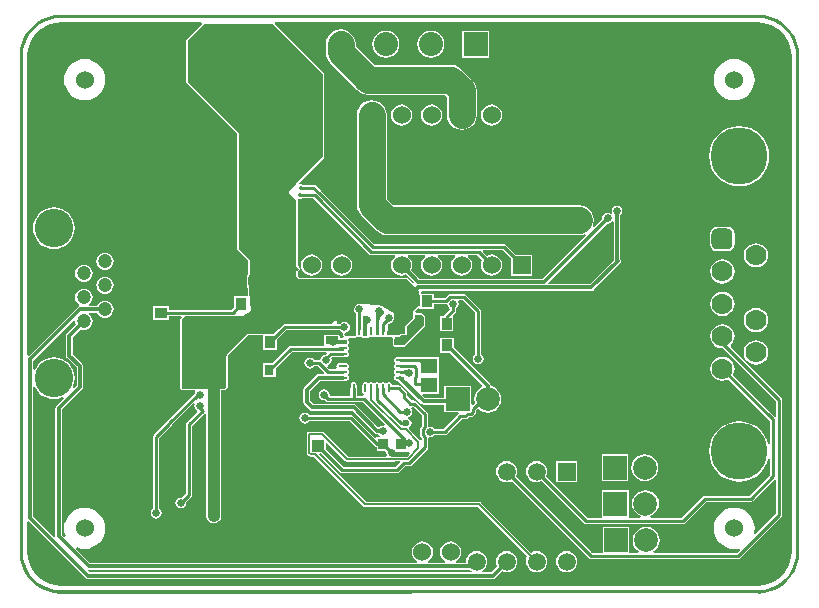
<source format=gbl>
G04 Layer_Physical_Order=2*
G04 Layer_Color=11436288*
%FSLAX24Y24*%
%MOIN*%
G70*
G01*
G75*
%ADD14R,0.0413X0.0394*%
%ADD17C,0.0100*%
%ADD18C,0.1575*%
%ADD19C,0.0886*%
%ADD21C,0.0118*%
%ADD23C,0.0492*%
%ADD24C,0.0394*%
%ADD25C,0.0197*%
%ADD35C,0.0600*%
%ADD36C,0.0472*%
%ADD37C,0.1280*%
%ADD38C,0.0591*%
%ADD39R,0.0591X0.0591*%
%ADD40C,0.0700*%
G04:AMPARAMS|DCode=41|XSize=70mil|YSize=70mil|CornerRadius=17.5mil|HoleSize=0mil|Usage=FLASHONLY|Rotation=90.000|XOffset=0mil|YOffset=0mil|HoleType=Round|Shape=RoundedRectangle|*
%AMROUNDEDRECTD41*
21,1,0.0700,0.0350,0,0,90.0*
21,1,0.0350,0.0700,0,0,90.0*
1,1,0.0350,0.0175,0.0175*
1,1,0.0350,0.0175,-0.0175*
1,1,0.0350,-0.0175,-0.0175*
1,1,0.0350,-0.0175,0.0175*
%
%ADD41ROUNDEDRECTD41*%
%ADD42C,0.1900*%
%ADD43R,0.0600X0.0600*%
%ADD44C,0.0787*%
%ADD45R,0.0787X0.0787*%
%ADD46C,0.1378*%
%ADD47R,0.1378X0.1378*%
%ADD48C,0.0800*%
%ADD49R,0.0800X0.0800*%
%ADD50C,0.0256*%
%ADD51C,0.0252*%
%ADD52C,0.0394*%
%ADD53C,0.0236*%
%ADD54C,0.0138*%
%ADD55R,0.0591X0.1102*%
%ADD56R,0.0354X0.0394*%
%ADD57R,0.0374X0.0413*%
%ADD58R,0.0433X0.0354*%
%ADD59R,0.0571X0.0512*%
%ADD60R,0.0315X0.0354*%
%ADD61R,0.0354X0.0354*%
%ADD62O,0.0315X0.0098*%
%ADD63O,0.0098X0.0315*%
%ADD64R,0.1457X0.1457*%
%ADD65C,0.0059*%
%ADD66C,0.0079*%
%ADD67C,0.0051*%
%ADD68C,0.0138*%
%ADD69C,0.1280*%
%ADD70R,0.1141X0.2780*%
%ADD71R,0.0188X0.0182*%
%ADD72R,0.0184X0.0523*%
%ADD73R,0.0551X0.0177*%
%ADD74R,0.0424X0.0284*%
%ADD75R,0.0148X0.0659*%
G36*
X28563Y45066D02*
X28774Y45015D01*
X28974Y44932D01*
X29159Y44819D01*
X29324Y44678D01*
X29465Y44513D01*
X29578Y44328D01*
X29661Y44128D01*
X29712Y43917D01*
X29728Y43705D01*
X29725Y43701D01*
X29725D01*
X29729Y27165D01*
X29712Y26949D01*
X29661Y26738D01*
X29578Y26538D01*
X29465Y26353D01*
X29324Y26188D01*
X29159Y26047D01*
X28974Y25934D01*
X28774Y25851D01*
X28563Y25800D01*
X28351Y25783D01*
X28346Y25787D01*
Y25787D01*
X5118Y25783D01*
X4902Y25800D01*
X4691Y25851D01*
X4491Y25934D01*
X4306Y26047D01*
X4141Y26188D01*
X4000Y26353D01*
X3886Y26538D01*
X3803Y26738D01*
X3753Y26949D01*
X3736Y27161D01*
X3740Y27165D01*
X3740D01*
X3736Y43701D01*
X3753Y43917D01*
X3803Y44128D01*
X3886Y44328D01*
X4000Y44513D01*
X4141Y44678D01*
X4306Y44819D01*
X4491Y44932D01*
X4691Y45015D01*
X4902Y45066D01*
X5114Y45083D01*
X5118Y45079D01*
Y45079D01*
X28346Y45083D01*
X28563Y45066D01*
D02*
G37*
%LPC*%
G36*
X28346Y44976D02*
Y44974D01*
X5118D01*
Y44976D01*
X4919Y44961D01*
X4724Y44914D01*
X4539Y44837D01*
X4368Y44733D01*
X4216Y44603D01*
X4086Y44451D01*
X3982Y44280D01*
X3905Y44095D01*
X3858Y43900D01*
X3846Y43750D01*
X3846Y43750D01*
X3846Y43750D01*
X3843Y43701D01*
X3845Y43701D01*
X3845D01*
Y27165D01*
X3843D01*
X3858Y26966D01*
X3905Y26771D01*
X3982Y26586D01*
X4086Y26416D01*
X4216Y26263D01*
X4368Y26133D01*
X4539Y26029D01*
X4724Y25952D01*
X4919Y25905D01*
X5118Y25890D01*
Y25892D01*
X28346D01*
Y25890D01*
X28546Y25905D01*
X28741Y25952D01*
X28926Y26029D01*
X29096Y26133D01*
X29248Y26263D01*
X29378Y26416D01*
X29483Y26586D01*
X29560Y26771D01*
X29606Y26966D01*
X29622Y27165D01*
X29620D01*
Y43701D01*
X29622D01*
X29606Y43900D01*
X29560Y44095D01*
X29483Y44280D01*
X29378Y44451D01*
X29248Y44603D01*
X29096Y44733D01*
X28926Y44837D01*
X28741Y44914D01*
X28546Y44961D01*
X28346Y44976D01*
D02*
G37*
%LPD*%
G36*
X5594Y34872D02*
X5592Y34858D01*
X5602Y34783D01*
X5615Y34751D01*
X5319Y34454D01*
X5295Y34418D01*
X5286Y34375D01*
Y33716D01*
X5295Y33673D01*
X5319Y33636D01*
X5636Y33320D01*
Y32723D01*
X5549Y32636D01*
X5508Y32666D01*
X5524Y32695D01*
X5563Y32825D01*
X5576Y32961D01*
X5563Y33096D01*
X5524Y33226D01*
X5459Y33346D01*
X5373Y33452D01*
X5268Y33538D01*
X5148Y33602D01*
X5017Y33642D01*
X4882Y33655D01*
X4746Y33642D01*
X4616Y33602D01*
X4496Y33538D01*
X4391Y33452D01*
X4304Y33346D01*
X4250Y33245D01*
X4200Y33257D01*
Y33549D01*
X5546Y34895D01*
X5594Y34872D01*
D02*
G37*
G36*
X15630Y35276D02*
X15817D01*
X15886Y35207D01*
Y35128D01*
X15778Y35020D01*
X15735Y34850D01*
X15728Y34793D01*
Y34390D01*
X15610Y34400D01*
Y35295D01*
X15630Y35276D01*
D02*
G37*
G36*
X17140Y31720D02*
Y31368D01*
X17106Y31334D01*
X17083Y31301D01*
X17076Y31261D01*
Y31072D01*
X17083Y31032D01*
X17106Y30999D01*
X17140Y30965D01*
Y30907D01*
X17106Y30892D01*
X17090Y30890D01*
X16725Y31255D01*
X16732Y31319D01*
X16756Y31335D01*
X16793Y31391D01*
X16806Y31457D01*
X16793Y31523D01*
X16756Y31579D01*
X16700Y31616D01*
X16670Y31622D01*
Y31673D01*
X16714Y31682D01*
X16773Y31721D01*
X16812Y31781D01*
X16826Y31850D01*
X16812Y31920D01*
X16787Y31958D01*
X16808Y32002D01*
X16853Y32007D01*
X17140Y31720D01*
D02*
G37*
G36*
X15391Y37093D02*
X15424Y37071D01*
X15464Y37063D01*
X16244D01*
X16261Y37013D01*
X16222Y36983D01*
X16166Y36909D01*
X16130Y36824D01*
X16118Y36732D01*
X16130Y36641D01*
X16166Y36555D01*
X16222Y36482D01*
X16295Y36426D01*
X16381Y36390D01*
X16472Y36378D01*
X16564Y36390D01*
X16629Y36417D01*
X16884Y36162D01*
X16884Y36162D01*
X16861Y36114D01*
X16861Y36114D01*
X16681Y36294D01*
X16671Y36298D01*
X16663Y36306D01*
X16653Y36310D01*
X16642Y36310D01*
X16642Y36310D01*
X16632Y36314D01*
X13073D01*
X13054Y36322D01*
X13021Y36355D01*
X13014Y36372D01*
X13013Y36374D01*
Y36519D01*
X13013Y36519D01*
X13047Y36541D01*
X13069Y36575D01*
X13077Y36614D01*
X13069Y36654D01*
X13047Y36687D01*
X13013Y36709D01*
X13013Y36709D01*
Y38861D01*
X13009Y38871D01*
Y38882D01*
X13005Y38892D01*
X12997Y38900D01*
X12997Y38900D01*
X13000Y38905D01*
X13034Y38942D01*
X13081Y38933D01*
X13128Y38942D01*
X13142Y38952D01*
X13532D01*
X15391Y37093D01*
D02*
G37*
G36*
X28346Y44829D02*
X28523Y44815D01*
X28695Y44774D01*
X28859Y44706D01*
X29010Y44614D01*
X29144Y44499D01*
X29259Y44364D01*
X29352Y44213D01*
X29420Y44049D01*
X29461Y43877D01*
X29475Y43701D01*
X29475D01*
Y27165D01*
X29475D01*
X29461Y26989D01*
X29420Y26817D01*
X29352Y26653D01*
X29259Y26502D01*
X29144Y26367D01*
X29010Y26252D01*
X28859Y26160D01*
X28695Y26092D01*
X28523Y26051D01*
X28346Y26037D01*
Y26037D01*
X5118D01*
Y26037D01*
X4942Y26051D01*
X4769Y26092D01*
X4606Y26160D01*
X4455Y26252D01*
X4320Y26367D01*
X4205Y26502D01*
X4113Y26653D01*
X4045Y26817D01*
X4004Y26989D01*
X3990Y27165D01*
X3990D01*
Y28182D01*
X4040Y28203D01*
X5944Y26298D01*
X5981Y26274D01*
X6024Y26266D01*
X19504D01*
X19547Y26274D01*
X19583Y26298D01*
X19820Y26535D01*
X19882Y26509D01*
X19972Y26497D01*
X20063Y26509D01*
X20147Y26544D01*
X20220Y26599D01*
X20275Y26672D01*
X20310Y26756D01*
X20322Y26846D01*
X20310Y26937D01*
X20275Y27021D01*
X20220Y27094D01*
X20147Y27149D01*
X20063Y27184D01*
X19972Y27196D01*
X19882Y27184D01*
X19798Y27149D01*
X19725Y27094D01*
X19670Y27021D01*
X19635Y26937D01*
X19623Y26846D01*
X19635Y26756D01*
X19661Y26694D01*
X19457Y26490D01*
X19149D01*
X19139Y26540D01*
X19147Y26544D01*
X19220Y26599D01*
X19275Y26672D01*
X19310Y26756D01*
X19322Y26846D01*
X19310Y26937D01*
X19275Y27021D01*
X19220Y27094D01*
X19147Y27149D01*
X19063Y27184D01*
X18972Y27196D01*
X18882Y27184D01*
X18798Y27149D01*
X18725Y27094D01*
X18670Y27021D01*
X18635Y26937D01*
X18623Y26846D01*
X18623Y26845D01*
X18590Y26808D01*
X18290D01*
X18280Y26858D01*
X18283Y26859D01*
X18356Y26915D01*
X18412Y26988D01*
X18448Y27074D01*
X18460Y27165D01*
X18448Y27257D01*
X18412Y27342D01*
X18356Y27416D01*
X18283Y27472D01*
X18197Y27508D01*
X18106Y27520D01*
X18014Y27508D01*
X17928Y27472D01*
X17855Y27416D01*
X17799Y27342D01*
X17763Y27257D01*
X17751Y27165D01*
X17763Y27074D01*
X17799Y26988D01*
X17855Y26915D01*
X17928Y26859D01*
X17931Y26858D01*
X17921Y26808D01*
X17350D01*
X17340Y26858D01*
X17342Y26859D01*
X17416Y26915D01*
X17472Y26988D01*
X17507Y27074D01*
X17520Y27165D01*
X17507Y27257D01*
X17472Y27342D01*
X17416Y27416D01*
X17342Y27472D01*
X17257Y27508D01*
X17165Y27520D01*
X17074Y27508D01*
X16988Y27472D01*
X16915Y27416D01*
X16859Y27342D01*
X16823Y27257D01*
X16811Y27165D01*
X16823Y27074D01*
X16859Y26988D01*
X16915Y26915D01*
X16988Y26859D01*
X16990Y26858D01*
X16981Y26808D01*
X6087D01*
X5617Y27278D01*
X5644Y27320D01*
X5772Y27282D01*
X5906Y27268D01*
X6039Y27282D01*
X6167Y27320D01*
X6286Y27384D01*
X6389Y27469D01*
X6475Y27573D01*
X6538Y27691D01*
X6577Y27819D01*
X6590Y27953D01*
X6577Y28086D01*
X6538Y28215D01*
X6475Y28333D01*
X6389Y28437D01*
X6286Y28522D01*
X6167Y28585D01*
X6039Y28624D01*
X5906Y28637D01*
X5772Y28624D01*
X5644Y28585D01*
X5525Y28522D01*
X5422Y28437D01*
X5336Y28333D01*
X5273Y28215D01*
X5234Y28086D01*
X5221Y27953D01*
X5234Y27819D01*
X5273Y27691D01*
X5231Y27665D01*
X5153Y27742D01*
Y31923D01*
X5828Y32597D01*
X5852Y32633D01*
X5860Y32676D01*
Y33366D01*
X5852Y33409D01*
X5828Y33446D01*
X5511Y33762D01*
Y34328D01*
X5774Y34592D01*
X5807Y34578D01*
X5882Y34568D01*
X5957Y34578D01*
X6027Y34607D01*
X6087Y34653D01*
X6133Y34713D01*
X6162Y34783D01*
X6172Y34858D01*
X6162Y34933D01*
X6133Y35003D01*
X6087Y35063D01*
X6042Y35097D01*
X6059Y35147D01*
X6318D01*
X6332Y35115D01*
X6378Y35055D01*
X6438Y35009D01*
X6508Y34980D01*
X6583Y34970D01*
X6658Y34980D01*
X6728Y35009D01*
X6788Y35055D01*
X6834Y35115D01*
X6863Y35185D01*
X6873Y35260D01*
X6863Y35335D01*
X6834Y35405D01*
X6788Y35465D01*
X6728Y35511D01*
X6658Y35540D01*
X6583Y35550D01*
X6508Y35540D01*
X6438Y35511D01*
X6378Y35465D01*
X6332Y35405D01*
X6318Y35372D01*
X6064D01*
X6047Y35422D01*
X6087Y35452D01*
X6133Y35513D01*
X6162Y35582D01*
X6172Y35657D01*
X6162Y35733D01*
X6133Y35802D01*
X6087Y35862D01*
X6027Y35909D01*
X5957Y35937D01*
X5882Y35947D01*
X5807Y35937D01*
X5737Y35909D01*
X5677Y35862D01*
X5631Y35802D01*
X5602Y35733D01*
X5592Y35657D01*
X5602Y35582D01*
X5631Y35513D01*
X5677Y35452D01*
X5723Y35417D01*
X5714Y35366D01*
X5713Y35365D01*
X5709Y35364D01*
X5672Y35339D01*
X4040Y33706D01*
X3990Y33727D01*
Y43651D01*
X3990Y43693D01*
X3998Y43701D01*
X3998D01*
X3998Y43701D01*
X3998Y43701D01*
X3994Y43751D01*
X4004Y43877D01*
X4045Y44049D01*
X4113Y44213D01*
X4205Y44364D01*
X4320Y44499D01*
X4455Y44614D01*
X4606Y44706D01*
X4769Y44774D01*
X4942Y44815D01*
X5118Y44829D01*
Y44829D01*
X9799D01*
X9814Y44810D01*
X9821Y44779D01*
X9309Y44267D01*
X9305Y44257D01*
X9297Y44249D01*
X9293Y44239D01*
X9293Y44228D01*
X9293Y44228D01*
X9289Y44218D01*
Y42837D01*
X9293Y42827D01*
Y42816D01*
X9297Y42806D01*
X9305Y42799D01*
X9305Y42798D01*
X9305D01*
X9309Y42788D01*
X10974Y41124D01*
X10982Y41105D01*
Y37293D01*
X10986Y37283D01*
X10986Y37282D01*
Y37271D01*
X10990Y37262D01*
X10998Y37254D01*
X11002Y37244D01*
X11346Y36899D01*
X11347Y36898D01*
X11347Y36898D01*
Y36898D01*
X11354Y36880D01*
Y36431D01*
X11346Y36412D01*
X11341Y36407D01*
X11340Y36406D01*
X11340Y36405D01*
X11334Y36399D01*
X11329Y36389D01*
X11322Y36381D01*
X11318Y36372D01*
X11318Y36361D01*
X11317Y36360D01*
Y36360D01*
X11313Y36350D01*
Y36225D01*
X11314Y36222D01*
X11314Y36220D01*
X11360Y35728D01*
X11326Y35691D01*
X10894D01*
Y35341D01*
X10794Y35241D01*
X8732D01*
Y35366D01*
X8197D01*
Y34909D01*
X8732D01*
Y35035D01*
X9118D01*
X9126Y35030D01*
X9127Y35030D01*
X9146Y34985D01*
X9109Y34948D01*
X9105Y34938D01*
X9097Y34930D01*
X9093Y34920D01*
X9093Y34909D01*
X9093Y34909D01*
Y34909D01*
X9088Y34899D01*
Y32635D01*
X9093Y32624D01*
X9093Y32613D01*
X9097Y32604D01*
X9105Y32596D01*
X9109Y32586D01*
X9118Y32577D01*
X9128Y32573D01*
X9136Y32565D01*
X9145Y32561D01*
X9156Y32561D01*
X9157Y32561D01*
X9157Y32561D01*
X9167Y32557D01*
X9578D01*
X9599Y32530D01*
X9600Y32516D01*
X9599Y32499D01*
X9587Y32481D01*
X9583Y32461D01*
X8650Y31528D01*
X8628Y31495D01*
X8626Y31485D01*
X8214Y31074D01*
X8192Y31040D01*
X8184Y31001D01*
Y28611D01*
X8158Y28594D01*
X8119Y28534D01*
X8105Y28465D01*
X8119Y28395D01*
X8158Y28335D01*
X8218Y28296D01*
X8287Y28282D01*
X8357Y28296D01*
X8417Y28335D01*
X8456Y28395D01*
X8470Y28465D01*
X8456Y28534D01*
X8417Y28594D01*
X8391Y28611D01*
Y30958D01*
X8806Y31373D01*
X8828Y31407D01*
X8830Y31416D01*
X9534Y32120D01*
X9580Y32095D01*
X9569Y32044D01*
X9583Y31975D01*
X9622Y31916D01*
X9650Y31897D01*
X9658Y31834D01*
X9322Y31499D01*
X9300Y31465D01*
X9292Y31426D01*
Y29120D01*
X9147Y28976D01*
X9117Y28982D01*
X9047Y28968D01*
X8987Y28928D01*
X8948Y28869D01*
X8934Y28799D01*
X8948Y28729D01*
X8987Y28670D01*
X9047Y28630D01*
X9117Y28617D01*
X9186Y28630D01*
X9246Y28670D01*
X9285Y28729D01*
X9299Y28799D01*
X9293Y28830D01*
X9468Y29005D01*
X9490Y29038D01*
X9498Y29078D01*
Y31383D01*
X9903Y31787D01*
X9953Y31769D01*
Y28372D01*
X9972Y28276D01*
X10027Y28194D01*
X10109Y28139D01*
X10206Y28120D01*
X10302Y28139D01*
X10384Y28194D01*
X10439Y28276D01*
X10458Y28372D01*
Y32557D01*
X10559D01*
X10570Y32561D01*
X10581Y32561D01*
X10590Y32565D01*
X10598Y32573D01*
X10608Y32577D01*
X10659Y32627D01*
X10663Y32637D01*
X10663Y32637D01*
X10671Y32645D01*
X10675Y32655D01*
Y32666D01*
X10679Y32676D01*
Y33695D01*
X10687Y33714D01*
X11358Y34385D01*
X11376Y34393D01*
X11821D01*
X11858Y34390D01*
Y33906D01*
X12315D01*
Y34236D01*
X12631Y34552D01*
X14420D01*
X14438Y34526D01*
X14497Y34487D01*
X14503Y34474D01*
X14504Y34434D01*
X14501Y34428D01*
X14505Y34419D01*
X14504Y34410D01*
X14513Y34400D01*
X14518Y34389D01*
X14549Y34357D01*
X14528Y34307D01*
X14416D01*
Y34360D01*
X14400Y34399D01*
X14361Y34416D01*
X13937D01*
X13898Y34399D01*
X13882Y34360D01*
Y34076D01*
X13856Y34037D01*
X12773D01*
X12733Y34030D01*
X12700Y34007D01*
X12149Y33457D01*
X11858D01*
Y33000D01*
X12276D01*
Y33291D01*
X12816Y33831D01*
X13961D01*
X13980Y33785D01*
X13927Y33732D01*
X13884Y33723D01*
X13825Y33684D01*
X13786Y33625D01*
X13781Y33600D01*
X13726Y33562D01*
X13561D01*
X13544Y33588D01*
X13485Y33628D01*
X13415Y33642D01*
X13345Y33628D01*
X13286Y33588D01*
X13246Y33529D01*
X13232Y33459D01*
X13246Y33389D01*
X13286Y33330D01*
X13345Y33290D01*
X13415Y33276D01*
X13485Y33290D01*
X13544Y33330D01*
X13561Y33356D01*
X13683D01*
X13872Y33167D01*
X13894Y33145D01*
X13874Y33095D01*
X13714D01*
X13671Y33086D01*
X13634Y33062D01*
X13235Y32662D01*
X13210Y32626D01*
X13202Y32583D01*
Y32164D01*
X13210Y32121D01*
X13235Y32084D01*
X13412Y31907D01*
X13449Y31882D01*
X13492Y31874D01*
X14841D01*
X15584Y31131D01*
X15620Y31107D01*
X15663Y31098D01*
X15696D01*
X15707Y31081D01*
X15760Y31046D01*
X15760Y31022D01*
X15752Y30996D01*
X15638D01*
Y30991D01*
X15592Y30972D01*
X14868Y31695D01*
X14835Y31717D01*
X14795Y31725D01*
X13392D01*
X13375Y31751D01*
X13316Y31791D01*
X13246Y31805D01*
X13176Y31791D01*
X13117Y31751D01*
X13077Y31692D01*
X13063Y31622D01*
X13077Y31552D01*
X13117Y31493D01*
X13176Y31453D01*
X13246Y31439D01*
X13316Y31453D01*
X13375Y31493D01*
X13392Y31519D01*
X14753D01*
X15577Y30695D01*
X15610Y30672D01*
X15638Y30667D01*
Y30539D01*
X15926D01*
X15964Y30496D01*
X15960Y30474D01*
X15974Y30405D01*
X15982Y30392D01*
X15958Y30348D01*
X14683D01*
X13873Y31159D01*
X13846Y31176D01*
X13815Y31183D01*
X13390D01*
X13358Y31176D01*
X13332Y31159D01*
X13314Y31132D01*
X13307Y31100D01*
Y30482D01*
X13314Y30451D01*
X13332Y30424D01*
X13383Y30373D01*
X13409Y30355D01*
X13441Y30349D01*
X13550D01*
X13860Y30038D01*
X13862Y30033D01*
X13882Y30003D01*
X15199Y28686D01*
X15228Y28666D01*
X15264Y28659D01*
X15264Y28659D01*
X19029D01*
X20669Y27019D01*
X20635Y26937D01*
X20623Y26846D01*
X20635Y26756D01*
X20670Y26672D01*
X20725Y26599D01*
X20798Y26544D01*
X20882Y26509D01*
X20972Y26497D01*
X21063Y26509D01*
X21147Y26544D01*
X21220Y26599D01*
X21275Y26672D01*
X21310Y26756D01*
X21322Y26846D01*
X21310Y26937D01*
X21275Y27021D01*
X21220Y27094D01*
X21147Y27149D01*
X21063Y27184D01*
X20972Y27196D01*
X20882Y27184D01*
X20800Y27150D01*
X19133Y28816D01*
X19103Y28836D01*
X19068Y28844D01*
X19068Y28844D01*
X15302D01*
X14012Y30133D01*
X13982Y30153D01*
X13977Y30154D01*
X13717Y30414D01*
X13736Y30461D01*
X13783D01*
X14415Y29829D01*
X14449Y29806D01*
X14488Y29798D01*
X16319D01*
X16358Y29806D01*
X16392Y29829D01*
X16604Y30041D01*
X16731D01*
X16771Y30049D01*
X16804Y30071D01*
X17316Y30583D01*
X17338Y30616D01*
X17346Y30656D01*
Y30957D01*
X17385Y30989D01*
X17408Y30984D01*
X17478Y30998D01*
X17537Y31037D01*
X17554Y31063D01*
X17911D01*
X17951Y31071D01*
X17984Y31094D01*
X18476Y31585D01*
X18600D01*
X18639Y31593D01*
X18673Y31615D01*
X18723Y31666D01*
X18782D01*
X18822Y31674D01*
X18855Y31696D01*
X18914Y31755D01*
X18937Y31789D01*
X18944Y31828D01*
Y31887D01*
X19005Y31948D01*
X19029Y31946D01*
X19122Y31875D01*
X19230Y31830D01*
X19346Y31815D01*
X19463Y31830D01*
X19571Y31875D01*
X19664Y31946D01*
X19735Y32039D01*
X19780Y32148D01*
X19795Y32264D01*
X19780Y32380D01*
X19735Y32488D01*
X19664Y32581D01*
X19571Y32652D01*
X19463Y32697D01*
X19457Y32698D01*
X19450Y32734D01*
X19426Y32770D01*
X18211Y33986D01*
Y34303D01*
X17754D01*
Y33807D01*
X18071D01*
X19164Y32715D01*
X19154Y32666D01*
X19122Y32652D01*
X19029Y32581D01*
X18958Y32488D01*
X18913Y32380D01*
X18898Y32264D01*
X18913Y32148D01*
X18913Y32148D01*
X18838Y32072D01*
X18791Y32091D01*
Y32709D01*
X17902D01*
Y32307D01*
X17252D01*
X17166Y32393D01*
X17185Y32439D01*
X17718D01*
Y33053D01*
X17719D01*
Y33069D01*
X17718D01*
Y33683D01*
X17045D01*
Y33676D01*
X16417D01*
X16413Y33675D01*
X16309D01*
X16270Y33667D01*
X16237Y33645D01*
X16214Y33612D01*
X16207Y33573D01*
X16214Y33534D01*
X16237Y33500D01*
Y33448D01*
X16214Y33415D01*
X16207Y33376D01*
X16214Y33337D01*
X16237Y33304D01*
Y33252D01*
X16214Y33218D01*
X16207Y33179D01*
X16214Y33140D01*
X16237Y33107D01*
Y33055D01*
X16214Y33021D01*
X16207Y32982D01*
X16214Y32943D01*
X16237Y32910D01*
X16270Y32888D01*
X16309Y32880D01*
X16361D01*
X17126Y32115D01*
X17162Y32091D01*
X17205Y32082D01*
X17902D01*
Y31819D01*
X18357D01*
X18372Y31769D01*
X18360Y31761D01*
X17869Y31270D01*
X17554D01*
X17537Y31296D01*
X17478Y31335D01*
X17408Y31349D01*
X17385Y31345D01*
X17346Y31376D01*
Y31763D01*
X17338Y31802D01*
X17316Y31836D01*
X16963Y32188D01*
X16930Y32211D01*
X16891Y32219D01*
X16812D01*
X16667Y32363D01*
Y32442D01*
X16659Y32481D01*
X16637Y32515D01*
X16461Y32691D01*
X16427Y32713D01*
X16388Y32721D01*
X16156D01*
Y32726D01*
X16148Y32766D01*
X16126Y32799D01*
X16092Y32821D01*
X16053Y32829D01*
X16014Y32821D01*
X15981Y32799D01*
X15929D01*
X15895Y32821D01*
X15856Y32829D01*
X15817Y32821D01*
X15784Y32799D01*
X15732D01*
X15699Y32821D01*
X15659Y32829D01*
X15620Y32821D01*
X15587Y32799D01*
X15535D01*
X15502Y32821D01*
X15463Y32829D01*
X15423Y32821D01*
X15390Y32799D01*
X15338D01*
X15305Y32821D01*
X15266Y32829D01*
X15227Y32821D01*
X15193Y32799D01*
X15171Y32766D01*
X15163Y32726D01*
Y32510D01*
X15171Y32471D01*
X15193Y32437D01*
X15209Y32427D01*
X15194Y32377D01*
X14975D01*
Y32618D01*
X14974Y32622D01*
Y32726D01*
X14967Y32766D01*
X14944Y32799D01*
X14911Y32821D01*
X14872Y32829D01*
X14833Y32821D01*
X14800Y32799D01*
X14777Y32766D01*
X14770Y32726D01*
Y32622D01*
X14769Y32618D01*
Y32377D01*
X14103D01*
X14081Y32404D01*
X14067Y32473D01*
X14028Y32533D01*
X13968Y32572D01*
X13898Y32586D01*
X13829Y32572D01*
X13769Y32533D01*
X13730Y32473D01*
X13716Y32404D01*
X13730Y32334D01*
X13769Y32274D01*
X13829Y32235D01*
X13898Y32221D01*
X13914Y32224D01*
X13937Y32201D01*
X13971Y32178D01*
X14010Y32170D01*
X15174D01*
X15916Y31429D01*
X15891Y31382D01*
X15837Y31393D01*
X15767Y31379D01*
X15707Y31340D01*
X15694Y31339D01*
X14967Y32066D01*
X14931Y32090D01*
X14888Y32099D01*
X13538D01*
X13427Y32210D01*
Y32536D01*
X13760Y32870D01*
X14508D01*
X14551Y32878D01*
X14553Y32880D01*
X14616D01*
X14655Y32888D01*
X14689Y32910D01*
X14711Y32943D01*
X14718Y32982D01*
X14711Y33021D01*
X14689Y33055D01*
Y33107D01*
X14711Y33140D01*
X14718Y33179D01*
X14711Y33218D01*
X14689Y33252D01*
Y33304D01*
X14711Y33337D01*
X14718Y33376D01*
X14711Y33415D01*
X14689Y33448D01*
X14655Y33471D01*
X14616Y33478D01*
X14400D01*
X14360Y33471D01*
X14327Y33448D01*
X14305Y33415D01*
X14297Y33376D01*
X14305Y33337D01*
X14308Y33332D01*
X14281Y33282D01*
X14049D01*
X14018Y33313D01*
X13996Y33335D01*
X14010Y33383D01*
X14024Y33386D01*
X14083Y33426D01*
X14123Y33485D01*
X14137Y33555D01*
X14123Y33625D01*
X14118Y33632D01*
X14153Y33667D01*
X14508D01*
X14512Y33667D01*
X14616D01*
X14655Y33675D01*
X14689Y33697D01*
X14711Y33731D01*
X14718Y33770D01*
X14711Y33809D01*
X14689Y33842D01*
Y33894D01*
X14711Y33927D01*
X14718Y33967D01*
X14711Y34006D01*
X14689Y34039D01*
X14687Y34040D01*
X14701Y34075D01*
Y34110D01*
X14711Y34124D01*
X14718Y34163D01*
X14711Y34203D01*
X14701Y34217D01*
Y34252D01*
X14698Y34261D01*
X14731Y34311D01*
X14902Y34312D01*
X14931D01*
X14933Y34312D01*
X14934Y34312D01*
X14948Y34319D01*
X14970Y34328D01*
X14970D01*
X15017Y34333D01*
X15030Y34325D01*
X15069Y34317D01*
X15108Y34325D01*
X15118Y34331D01*
X15151Y34321D01*
X15191Y34305D01*
X15339D01*
X15378Y34321D01*
X15423Y34325D01*
X15463Y34317D01*
X15502Y34325D01*
X15526Y34341D01*
X15541Y34347D01*
X15587Y34347D01*
X15620Y34325D01*
X15659Y34317D01*
X15699Y34325D01*
X15714Y34335D01*
X15724Y34335D01*
X15726Y34335D01*
X15728Y34334D01*
X15746Y34342D01*
X15764Y34347D01*
X15808Y34330D01*
X15811Y34329D01*
X15817Y34325D01*
X15856Y34317D01*
X15895Y34325D01*
X15919Y34341D01*
X15929Y34347D01*
X15929Y34347D01*
X15930Y34347D01*
X15973Y34347D01*
X15986Y34343D01*
X16014Y34325D01*
X16053Y34317D01*
X16092Y34325D01*
X16121Y34344D01*
X16143D01*
X16151Y34340D01*
X16182Y34294D01*
X16179Y34271D01*
X16180Y34267D01*
X16178Y34262D01*
X16179Y34071D01*
X16187Y34051D01*
X16195Y34032D01*
X16196Y34032D01*
X16196Y34032D01*
X16215Y34024D01*
X16235Y34016D01*
X16552D01*
X16580Y34027D01*
X16591Y34032D01*
X16919Y34360D01*
X17248Y34688D01*
X17264Y34728D01*
Y34989D01*
X17248Y35029D01*
X17175Y35102D01*
X17159Y35108D01*
X17144Y35117D01*
X17097Y35124D01*
X17092Y35123D01*
X17088Y35125D01*
X16973Y35125D01*
X16928Y35169D01*
X16928Y35200D01*
X17035Y35307D01*
X17043Y35305D01*
X17085Y35283D01*
X17085D01*
X17134Y35283D01*
X17541D01*
Y35428D01*
X17962D01*
X18017Y35391D01*
X18022Y35366D01*
X18062Y35307D01*
X18068Y35303D01*
X18072Y35246D01*
X17899Y35073D01*
X17877Y35039D01*
X17876Y35031D01*
X17744D01*
Y34535D01*
X18201D01*
Y35031D01*
X18201Y35031D01*
X18201D01*
X18196Y35078D01*
X18264Y35146D01*
X18286Y35179D01*
X18294Y35219D01*
Y35290D01*
X18320Y35307D01*
X18360Y35366D01*
X18374Y35436D01*
X18360Y35506D01*
X18352Y35518D01*
X18375Y35563D01*
X18510D01*
X18924Y35149D01*
Y33757D01*
X18898Y33740D01*
X18858Y33681D01*
X18844Y33611D01*
X18858Y33541D01*
X18898Y33481D01*
X18957Y33442D01*
X19027Y33428D01*
X19097Y33442D01*
X19156Y33481D01*
X19196Y33541D01*
X19209Y33611D01*
X19196Y33681D01*
X19156Y33740D01*
X19130Y33757D01*
Y35191D01*
X19122Y35231D01*
X19113Y35244D01*
X19100Y35264D01*
X18625Y35739D01*
X18592Y35761D01*
X18552Y35769D01*
X18096D01*
X18057Y35761D01*
X18023Y35739D01*
X17919Y35635D01*
X17541D01*
Y35780D01*
X17123D01*
Y35834D01*
X17134Y35847D01*
X17169Y35872D01*
X22802D01*
X22845Y35880D01*
X22882Y35905D01*
X23767Y36790D01*
X23792Y36827D01*
X23800Y36870D01*
X23792Y36913D01*
X23767Y36949D01*
X23765Y36952D01*
Y38388D01*
X23782Y38400D01*
X23821Y38459D01*
X23835Y38529D01*
X23821Y38599D01*
X23782Y38658D01*
X23722Y38697D01*
X23652Y38711D01*
X23582Y38697D01*
X23523Y38658D01*
X23484Y38599D01*
X23470Y38529D01*
X23482Y38467D01*
X23464Y38447D01*
X23442Y38434D01*
X23408Y38456D01*
X23338Y38470D01*
X23268Y38456D01*
X23209Y38417D01*
X23169Y38357D01*
X23155Y38287D01*
X23159Y38268D01*
X22878Y37987D01*
X22836Y38015D01*
X22869Y38095D01*
X22886Y38224D01*
X22869Y38353D01*
X22819Y38473D01*
X22740Y38576D01*
X22637Y38656D01*
X22516Y38705D01*
X22387Y38722D01*
X16196D01*
X15971Y38948D01*
Y41732D01*
X15954Y41861D01*
X15904Y41981D01*
X15825Y42085D01*
X15722Y42164D01*
X15601Y42214D01*
X15472Y42231D01*
X15343Y42214D01*
X15223Y42164D01*
X15120Y42085D01*
X15041Y41981D01*
X14991Y41861D01*
X14974Y41732D01*
Y38741D01*
X14991Y38612D01*
X15041Y38492D01*
X15120Y38389D01*
X15637Y37872D01*
X15741Y37792D01*
X15861Y37743D01*
X15990Y37726D01*
X22387D01*
X22516Y37743D01*
X22597Y37776D01*
X22625Y37733D01*
X21173Y36282D01*
X17082D01*
X16788Y36576D01*
X16815Y36641D01*
X16827Y36732D01*
X16815Y36824D01*
X16779Y36909D01*
X16723Y36983D01*
X16684Y37013D01*
X16700Y37063D01*
X17244D01*
X17261Y37013D01*
X17222Y36983D01*
X17166Y36909D01*
X17130Y36824D01*
X17118Y36732D01*
X17130Y36641D01*
X17166Y36555D01*
X17222Y36482D01*
X17295Y36426D01*
X17381Y36390D01*
X17472Y36378D01*
X17564Y36390D01*
X17650Y36426D01*
X17723Y36482D01*
X17779Y36555D01*
X17815Y36641D01*
X17827Y36732D01*
X17815Y36824D01*
X17779Y36909D01*
X17723Y36983D01*
X17684Y37013D01*
X17700Y37063D01*
X18244D01*
X18261Y37013D01*
X18222Y36983D01*
X18166Y36909D01*
X18130Y36824D01*
X18118Y36732D01*
X18130Y36641D01*
X18166Y36555D01*
X18222Y36482D01*
X18295Y36426D01*
X18381Y36390D01*
X18472Y36378D01*
X18564Y36390D01*
X18650Y36426D01*
X18723Y36482D01*
X18779Y36555D01*
X18815Y36641D01*
X18827Y36732D01*
X18815Y36824D01*
X18779Y36909D01*
X18723Y36983D01*
X18684Y37013D01*
X18700Y37063D01*
X18996D01*
X19161Y36898D01*
X19130Y36824D01*
X19118Y36732D01*
X19130Y36641D01*
X19166Y36555D01*
X19222Y36482D01*
X19295Y36426D01*
X19381Y36390D01*
X19472Y36378D01*
X19564Y36390D01*
X19650Y36426D01*
X19723Y36482D01*
X19779Y36555D01*
X19815Y36641D01*
X19827Y36732D01*
X19815Y36824D01*
X19779Y36909D01*
X19723Y36983D01*
X19650Y37039D01*
X19564Y37074D01*
X19472Y37086D01*
X19381Y37074D01*
X19307Y37044D01*
X19179Y37172D01*
X19198Y37218D01*
X19841D01*
X20121Y36938D01*
Y36381D01*
X20824D01*
Y37083D01*
X20267D01*
X19956Y37394D01*
X19923Y37417D01*
X19883Y37424D01*
X15565D01*
X13808Y39181D01*
X13808Y39181D01*
X13796Y39193D01*
X13605Y39384D01*
X13572Y39407D01*
X13532Y39415D01*
X13164D01*
X13150Y39425D01*
X13103Y39434D01*
X13083Y39430D01*
X13058Y39476D01*
X13877Y40294D01*
X13881Y40305D01*
X13889Y40312D01*
X13893Y40322D01*
X13893Y40333D01*
X13893Y40334D01*
X13897Y40343D01*
Y43082D01*
X13893Y43092D01*
Y43103D01*
X13889Y43113D01*
X13881Y43121D01*
X13877Y43131D01*
X12228Y44779D01*
X12236Y44810D01*
X12250Y44829D01*
X28346D01*
Y44829D01*
D02*
G37*
G36*
X17135Y35062D02*
X17135D01*
X17208Y34989D01*
Y34728D01*
X16552Y34071D01*
X16235D01*
X16233Y34263D01*
X16241Y34310D01*
X16266Y34335D01*
X16313Y34344D01*
X16378D01*
X16417Y34360D01*
X16450Y34393D01*
X16585D01*
X16624Y34410D01*
X16640Y34449D01*
Y34682D01*
X16890Y34931D01*
X16906Y34970D01*
Y35069D01*
X17088Y35070D01*
X17135Y35062D01*
D02*
G37*
G36*
X23540Y38178D02*
Y36905D01*
X23544Y36885D01*
X22756Y36097D01*
X21371D01*
X21352Y36143D01*
X23318Y38109D01*
X23338Y38105D01*
X23408Y38119D01*
X23467Y38158D01*
X23490Y38193D01*
X23540Y38178D01*
D02*
G37*
G36*
X18798Y26544D02*
X18806Y26540D01*
X18796Y26490D01*
X6070D01*
X6026Y26535D01*
X6035Y26565D01*
X6048Y26583D01*
X18747D01*
X18798Y26544D01*
D02*
G37*
G36*
X4304Y32575D02*
X4391Y32470D01*
X4496Y32383D01*
X4616Y32319D01*
X4746Y32279D01*
X4882Y32266D01*
X5017Y32279D01*
X5148Y32319D01*
X5176Y32334D01*
X5206Y32294D01*
X4960Y32047D01*
X4936Y32011D01*
X4927Y31968D01*
X4929Y31960D01*
Y27703D01*
X4911Y27690D01*
X4881Y27680D01*
X4200Y28360D01*
Y32664D01*
X4250Y32676D01*
X4304Y32575D01*
D02*
G37*
G36*
X14591Y30208D02*
X14618Y30190D01*
X14649Y30183D01*
X16229D01*
X16260Y30190D01*
X16276Y30200D01*
X16406D01*
X16426Y30154D01*
X16276Y30005D01*
X14531D01*
X13939Y30597D01*
Y30794D01*
X13985Y30813D01*
X14591Y30208D01*
D02*
G37*
G36*
X12176Y44754D02*
X12179Y44752D01*
X12181Y44748D01*
X13837Y43092D01*
X13842Y43082D01*
Y40343D01*
X13837Y40334D01*
X12961Y39457D01*
X12961Y39456D01*
X12960Y39456D01*
X12953Y39437D01*
X12948Y39426D01*
X12709Y39187D01*
Y39133D01*
X12725Y39118D01*
X12730Y39107D01*
X12737Y39088D01*
X12738Y39088D01*
X12738Y39087D01*
X12954Y38871D01*
X12958Y38861D01*
Y36695D01*
X12960Y36690D01*
X12959Y36684D01*
X12968Y36671D01*
X12971Y36664D01*
Y36564D01*
X12968Y36557D01*
X12959Y36544D01*
X12960Y36538D01*
X12958Y36533D01*
Y36363D01*
X12963Y36351D01*
X12974Y36323D01*
X13023Y36275D01*
X13062Y36258D01*
X13062D01*
D01*
X16632D01*
X16642Y36254D01*
X16858Y36038D01*
X16868Y36034D01*
X16876Y36026D01*
X16887D01*
X16889Y36026D01*
X17072Y35843D01*
X17068Y35834D01*
Y35768D01*
X17081Y35737D01*
Y35413D01*
X17042Y35374D01*
X17040Y35373D01*
X17029D01*
X17021Y35366D01*
X17011Y35361D01*
X16854Y35204D01*
X16850Y35196D01*
Y34970D01*
X16585Y34705D01*
Y34449D01*
X16427D01*
X16378Y34400D01*
X16004D01*
X15994Y34409D01*
X16004Y34669D01*
X16112Y34783D01*
X16240Y34911D01*
Y35089D01*
X16251Y35100D01*
X15829Y35355D01*
X15798Y35375D01*
X15793Y35376D01*
X15765Y35393D01*
X15074Y35438D01*
X15069Y35439D01*
X15066Y35438D01*
X14990Y35443D01*
X14902Y35347D01*
X14907Y35337D01*
X14900Y35326D01*
X14886Y35256D01*
X14900Y35186D01*
X14940Y35127D01*
X14966Y35109D01*
Y34606D01*
X14967Y34602D01*
Y34419D01*
X14968Y34410D01*
X14968Y34410D01*
X14930Y34367D01*
X14659Y34366D01*
X14612Y34373D01*
X14612D01*
X14557Y34428D01*
X14580Y34475D01*
X14637Y34487D01*
X14696Y34526D01*
X14736Y34586D01*
X14750Y34656D01*
X14736Y34725D01*
X14696Y34785D01*
X14637Y34824D01*
X14567Y34838D01*
X14497Y34824D01*
X14438Y34785D01*
X14420Y34759D01*
X14306D01*
X14305Y34903D01*
X14232Y34882D01*
X14144Y34759D01*
X12589D01*
X12549Y34751D01*
X12516Y34728D01*
X12378Y34591D01*
X12341Y34591D01*
X12186Y34435D01*
X11894D01*
X11891Y34436D01*
X11874Y34445D01*
X11825Y34448D01*
X11823Y34448D01*
X11821Y34448D01*
X11365D01*
X11326Y34432D01*
X10640Y33746D01*
X10623Y33706D01*
Y32676D01*
X10619Y32666D01*
X10569Y32616D01*
X10559Y32612D01*
X10446D01*
X10416Y32599D01*
X9623D01*
X9619Y32601D01*
X9608Y32610D01*
X9600Y32609D01*
X9592Y32612D01*
X9167D01*
X9157Y32616D01*
X9148Y32625D01*
X9144Y32635D01*
Y34899D01*
X9148Y34909D01*
X9201Y34961D01*
X9205Y34971D01*
X9213Y34979D01*
Y34990D01*
X9213Y34992D01*
X9250Y35028D01*
X11184D01*
X11465Y35191D01*
X11369Y36225D01*
Y36350D01*
X11373Y36360D01*
X11379Y36366D01*
X11380D01*
Y36367D01*
X11393Y36381D01*
X11410Y36420D01*
Y36891D01*
X11398Y36919D01*
X11393Y36931D01*
X11041Y37283D01*
X11037Y37293D01*
Y41116D01*
X11021Y41155D01*
X9348Y42828D01*
X9344Y42837D01*
Y44218D01*
X9348Y44228D01*
X9869Y44748D01*
X9871Y44752D01*
X9874Y44754D01*
X9876Y44763D01*
X12173D01*
X12176Y44754D01*
D02*
G37*
%LPC*%
G36*
X6583Y36349D02*
X6508Y36339D01*
X6438Y36310D01*
X6378Y36264D01*
X6332Y36204D01*
X6303Y36134D01*
X6293Y36059D01*
X6303Y35984D01*
X6332Y35914D01*
X6378Y35854D01*
X6438Y35808D01*
X6508Y35779D01*
X6583Y35769D01*
X6658Y35779D01*
X6728Y35808D01*
X6788Y35854D01*
X6834Y35914D01*
X6863Y35984D01*
X6873Y36059D01*
X6863Y36134D01*
X6834Y36204D01*
X6788Y36264D01*
X6728Y36310D01*
X6658Y36339D01*
X6583Y36349D01*
D02*
G37*
G36*
X28285Y35303D02*
X28181Y35289D01*
X28083Y35249D01*
X27999Y35185D01*
X27935Y35101D01*
X27894Y35003D01*
X27881Y34898D01*
X27894Y34794D01*
X27935Y34696D01*
X27999Y34612D01*
X28083Y34548D01*
X28181Y34508D01*
X28285Y34494D01*
X28390Y34508D01*
X28488Y34548D01*
X28571Y34612D01*
X28636Y34696D01*
X28676Y34794D01*
X28690Y34898D01*
X28676Y35003D01*
X28636Y35101D01*
X28571Y35185D01*
X28488Y35249D01*
X28390Y35289D01*
X28285Y35303D01*
D02*
G37*
G36*
X27165Y35843D02*
X27061Y35829D01*
X26963Y35789D01*
X26879Y35725D01*
X26815Y35641D01*
X26774Y35543D01*
X26761Y35438D01*
X26774Y35334D01*
X26815Y35236D01*
X26879Y35152D01*
X26963Y35088D01*
X27061Y35048D01*
X27165Y35034D01*
X27270Y35048D01*
X27368Y35088D01*
X27451Y35152D01*
X27516Y35236D01*
X27556Y35334D01*
X27570Y35438D01*
X27556Y35543D01*
X27516Y35641D01*
X27451Y35725D01*
X27368Y35789D01*
X27270Y35829D01*
X27165Y35843D01*
D02*
G37*
G36*
X24583Y30429D02*
X24467Y30414D01*
X24358Y30369D01*
X24265Y30298D01*
X24194Y30205D01*
X24149Y30096D01*
X24134Y29980D01*
X24149Y29864D01*
X24194Y29756D01*
X24265Y29663D01*
X24358Y29592D01*
X24467Y29547D01*
X24583Y29532D01*
X24699Y29547D01*
X24807Y29592D01*
X24900Y29663D01*
X24971Y29756D01*
X25016Y29864D01*
X25031Y29980D01*
X25016Y30096D01*
X24971Y30205D01*
X24900Y30298D01*
X24807Y30369D01*
X24699Y30414D01*
X24583Y30429D01*
D02*
G37*
G36*
X22319Y30193D02*
X21626D01*
Y29500D01*
X22319D01*
Y30193D01*
D02*
G37*
G36*
X21972Y27196D02*
X21882Y27184D01*
X21798Y27149D01*
X21725Y27094D01*
X21670Y27021D01*
X21635Y26937D01*
X21623Y26846D01*
X21635Y26756D01*
X21670Y26672D01*
X21725Y26599D01*
X21798Y26544D01*
X21882Y26509D01*
X21972Y26497D01*
X22063Y26509D01*
X22147Y26544D01*
X22220Y26599D01*
X22275Y26672D01*
X22310Y26756D01*
X22322Y26846D01*
X22310Y26937D01*
X22275Y27021D01*
X22220Y27094D01*
X22147Y27149D01*
X22063Y27184D01*
X21972Y27196D01*
D02*
G37*
G36*
X28285Y34223D02*
X28181Y34209D01*
X28083Y34169D01*
X27999Y34105D01*
X27935Y34021D01*
X27894Y33923D01*
X27881Y33818D01*
X27894Y33714D01*
X27935Y33616D01*
X27999Y33532D01*
X28083Y33468D01*
X28181Y33428D01*
X28285Y33414D01*
X28390Y33428D01*
X28488Y33468D01*
X28571Y33532D01*
X28636Y33616D01*
X28676Y33714D01*
X28690Y33818D01*
X28676Y33923D01*
X28636Y34021D01*
X28571Y34105D01*
X28488Y34169D01*
X28390Y34209D01*
X28285Y34223D01*
D02*
G37*
G36*
X27165Y34763D02*
X27061Y34749D01*
X26963Y34709D01*
X26879Y34645D01*
X26815Y34561D01*
X26774Y34463D01*
X26761Y34358D01*
X26774Y34254D01*
X26815Y34156D01*
X26879Y34072D01*
X26963Y34008D01*
X27061Y33968D01*
X27165Y33954D01*
X27198Y33958D01*
X28963Y32193D01*
Y31695D01*
X28962Y31694D01*
X28913Y31677D01*
X27515Y33075D01*
X27516Y33076D01*
X27556Y33174D01*
X27570Y33278D01*
X27556Y33383D01*
X27516Y33481D01*
X27451Y33565D01*
X27368Y33629D01*
X27270Y33669D01*
X27165Y33683D01*
X27061Y33669D01*
X26963Y33629D01*
X26879Y33565D01*
X26815Y33481D01*
X26774Y33383D01*
X26761Y33278D01*
X26774Y33174D01*
X26815Y33076D01*
X26879Y32992D01*
X26963Y32928D01*
X27061Y32888D01*
X27165Y32874D01*
X27270Y32888D01*
X27368Y32928D01*
X27369Y32929D01*
X28749Y31549D01*
Y30764D01*
X28699Y30757D01*
X28655Y30903D01*
X28562Y31077D01*
X28437Y31230D01*
X28284Y31355D01*
X28110Y31448D01*
X27922Y31505D01*
X27725Y31524D01*
X27529Y31505D01*
X27340Y31448D01*
X27166Y31355D01*
X27014Y31230D01*
X26889Y31077D01*
X26796Y30903D01*
X26739Y30715D01*
X26719Y30518D01*
X26739Y30322D01*
X26796Y30133D01*
X26889Y29960D01*
X27014Y29807D01*
X27166Y29682D01*
X27340Y29589D01*
X27529Y29532D01*
X27725Y29512D01*
X27922Y29532D01*
X28110Y29589D01*
X28284Y29682D01*
X28437Y29807D01*
X28562Y29960D01*
X28655Y30133D01*
X28699Y30280D01*
X28749Y30272D01*
Y29731D01*
X28068Y29049D01*
X26592D01*
X26552Y29041D01*
X26519Y29019D01*
X25813Y28313D01*
X24770D01*
X24760Y28363D01*
X24827Y28391D01*
X24920Y28462D01*
X24991Y28555D01*
X25036Y28663D01*
X25051Y28780D01*
X25036Y28896D01*
X24991Y29004D01*
X24920Y29097D01*
X24827Y29168D01*
X24718Y29213D01*
X24602Y29228D01*
X24486Y29213D01*
X24378Y29168D01*
X24285Y29097D01*
X24214Y29004D01*
X24169Y28896D01*
X24154Y28780D01*
X24169Y28663D01*
X24214Y28555D01*
X24285Y28462D01*
X24378Y28391D01*
X24444Y28363D01*
X24434Y28313D01*
X24088D01*
X24047Y28335D01*
X24047Y28363D01*
Y29224D01*
X23157D01*
Y28363D01*
X23157Y28335D01*
X23116Y28313D01*
X23116Y28313D01*
X22651D01*
X21280Y29684D01*
X21310Y29756D01*
X21322Y29846D01*
X21310Y29937D01*
X21275Y30021D01*
X21220Y30094D01*
X21147Y30149D01*
X21063Y30184D01*
X20972Y30196D01*
X20882Y30184D01*
X20798Y30149D01*
X20725Y30094D01*
X20670Y30021D01*
X20635Y29937D01*
X20623Y29846D01*
X20635Y29756D01*
X20670Y29672D01*
X20725Y29599D01*
X20798Y29544D01*
X20882Y29509D01*
X20972Y29497D01*
X21063Y29509D01*
X21134Y29539D01*
X22536Y28137D01*
X22569Y28115D01*
X22609Y28107D01*
X25856D01*
X25895Y28115D01*
X25929Y28137D01*
X26634Y28843D01*
X28110D01*
X28150Y28851D01*
X28183Y28873D01*
X28913Y29603D01*
X28962Y29586D01*
X28963Y29585D01*
Y28454D01*
X28263Y27753D01*
X28218Y27780D01*
X28230Y27819D01*
X28243Y27953D01*
X28230Y28086D01*
X28191Y28215D01*
X28128Y28333D01*
X28043Y28437D01*
X27939Y28522D01*
X27821Y28585D01*
X27693Y28624D01*
X27559Y28637D01*
X27426Y28624D01*
X27297Y28585D01*
X27179Y28522D01*
X27075Y28437D01*
X26990Y28333D01*
X26927Y28215D01*
X26888Y28086D01*
X26875Y27953D01*
X26888Y27819D01*
X26927Y27691D01*
X26990Y27573D01*
X27075Y27469D01*
X27179Y27384D01*
X27297Y27320D01*
X27426Y27282D01*
X27559Y27268D01*
X27693Y27282D01*
X27732Y27293D01*
X27758Y27249D01*
X27645Y27136D01*
X24884D01*
X24867Y27186D01*
X24939Y27242D01*
X25011Y27335D01*
X25055Y27443D01*
X25071Y27559D01*
X25055Y27675D01*
X25011Y27783D01*
X24939Y27876D01*
X24846Y27948D01*
X24738Y27992D01*
X24622Y28008D01*
X24506Y27992D01*
X24398Y27948D01*
X24305Y27876D01*
X24233Y27783D01*
X24189Y27675D01*
X24173Y27559D01*
X24189Y27443D01*
X24233Y27335D01*
X24305Y27242D01*
X24377Y27186D01*
X24360Y27136D01*
X24067D01*
Y28004D01*
X23177D01*
Y27136D01*
X22829D01*
X20280Y29684D01*
X20310Y29756D01*
X20322Y29846D01*
X20310Y29937D01*
X20275Y30021D01*
X20220Y30094D01*
X20147Y30149D01*
X20063Y30184D01*
X19972Y30196D01*
X19882Y30184D01*
X19798Y30149D01*
X19725Y30094D01*
X19670Y30021D01*
X19635Y29937D01*
X19623Y29846D01*
X19635Y29756D01*
X19670Y29672D01*
X19725Y29599D01*
X19798Y29544D01*
X19882Y29509D01*
X19972Y29497D01*
X20063Y29509D01*
X20134Y29539D01*
X22713Y26960D01*
X22746Y26938D01*
X22786Y26930D01*
X27688D01*
X27728Y26938D01*
X27761Y26960D01*
X29139Y28338D01*
X29161Y28372D01*
X29169Y28411D01*
Y32236D01*
X29161Y32276D01*
X29139Y32309D01*
X27436Y34013D01*
X27439Y34063D01*
X27451Y34072D01*
X27516Y34156D01*
X27556Y34254D01*
X27570Y34358D01*
X27556Y34463D01*
X27516Y34561D01*
X27451Y34645D01*
X27368Y34709D01*
X27270Y34749D01*
X27165Y34763D01*
D02*
G37*
G36*
X24028Y30425D02*
X23138D01*
Y29535D01*
X24028D01*
Y30425D01*
D02*
G37*
G36*
X17472Y42086D02*
X17381Y42074D01*
X17295Y42039D01*
X17222Y41983D01*
X17166Y41909D01*
X17130Y41824D01*
X17118Y41732D01*
X17130Y41641D01*
X17166Y41555D01*
X17222Y41482D01*
X17295Y41426D01*
X17381Y41390D01*
X17472Y41378D01*
X17564Y41390D01*
X17650Y41426D01*
X17723Y41482D01*
X17779Y41555D01*
X17815Y41641D01*
X17827Y41732D01*
X17815Y41824D01*
X17779Y41909D01*
X17723Y41983D01*
X17650Y42039D01*
X17564Y42074D01*
X17472Y42086D01*
D02*
G37*
G36*
X19472D02*
X19381Y42074D01*
X19295Y42039D01*
X19222Y41983D01*
X19166Y41909D01*
X19130Y41824D01*
X19118Y41732D01*
X19130Y41641D01*
X19166Y41555D01*
X19222Y41482D01*
X19295Y41426D01*
X19381Y41390D01*
X19449Y41381D01*
X19495D01*
X19564Y41390D01*
X19650Y41426D01*
X19723Y41482D01*
X19779Y41555D01*
X19815Y41641D01*
X19827Y41732D01*
X19815Y41824D01*
X19779Y41909D01*
X19723Y41983D01*
X19650Y42039D01*
X19564Y42074D01*
X19472Y42086D01*
D02*
G37*
G36*
X14447Y44593D02*
X14318Y44576D01*
X14198Y44526D01*
X14094Y44447D01*
X14015Y44344D01*
X13965Y44223D01*
X13949Y44094D01*
Y43821D01*
X13965Y43692D01*
X14015Y43572D01*
X14094Y43468D01*
X15002Y42561D01*
X15105Y42482D01*
X15225Y42432D01*
X15354Y42415D01*
X17904D01*
X17974Y42345D01*
Y41732D01*
X17991Y41603D01*
X18041Y41483D01*
X18120Y41380D01*
X18223Y41301D01*
X18343Y41251D01*
X18472Y41234D01*
X18601Y41251D01*
X18722Y41301D01*
X18825Y41380D01*
X18904Y41483D01*
X18954Y41603D01*
X18971Y41732D01*
Y42551D01*
X18954Y42680D01*
X18904Y42800D01*
X18825Y42904D01*
X18463Y43266D01*
X18359Y43345D01*
X18239Y43395D01*
X18110Y43412D01*
X15561D01*
X14945Y44027D01*
Y44094D01*
X14928Y44223D01*
X14878Y44344D01*
X14799Y44447D01*
X14696Y44526D01*
X14576Y44576D01*
X14447Y44593D01*
D02*
G37*
G36*
X16472Y42086D02*
X16381Y42074D01*
X16295Y42039D01*
X16222Y41983D01*
X16166Y41909D01*
X16130Y41824D01*
X16118Y41732D01*
X16130Y41641D01*
X16166Y41555D01*
X16222Y41482D01*
X16295Y41426D01*
X16381Y41390D01*
X16472Y41378D01*
X16564Y41390D01*
X16650Y41426D01*
X16723Y41482D01*
X16779Y41555D01*
X16815Y41641D01*
X16827Y41732D01*
X16815Y41824D01*
X16779Y41909D01*
X16723Y41983D01*
X16650Y42039D01*
X16564Y42074D01*
X16472Y42086D01*
D02*
G37*
G36*
X5906Y43598D02*
X5772Y43585D01*
X5644Y43546D01*
X5525Y43482D01*
X5422Y43397D01*
X5336Y43294D01*
X5273Y43175D01*
X5234Y43047D01*
X5221Y42913D01*
X5234Y42780D01*
X5273Y42651D01*
X5336Y42533D01*
X5422Y42429D01*
X5525Y42344D01*
X5644Y42281D01*
X5772Y42242D01*
X5906Y42229D01*
X6039Y42242D01*
X6167Y42281D01*
X6286Y42344D01*
X6389Y42429D01*
X6475Y42533D01*
X6538Y42651D01*
X6577Y42780D01*
X6590Y42913D01*
X6577Y43047D01*
X6538Y43175D01*
X6475Y43294D01*
X6389Y43397D01*
X6286Y43482D01*
X6167Y43546D01*
X6039Y43585D01*
X5906Y43598D01*
D02*
G37*
G36*
X17447Y44550D02*
X17329Y44534D01*
X17219Y44489D01*
X17125Y44416D01*
X17053Y44322D01*
X17007Y44212D01*
X16992Y44094D01*
X17007Y43977D01*
X17053Y43867D01*
X17125Y43773D01*
X17219Y43700D01*
X17329Y43655D01*
X17447Y43639D01*
X17565Y43655D01*
X17674Y43700D01*
X17769Y43773D01*
X17841Y43867D01*
X17886Y43977D01*
X17902Y44094D01*
X17886Y44212D01*
X17841Y44322D01*
X17769Y44416D01*
X17674Y44489D01*
X17565Y44534D01*
X17447Y44550D01*
D02*
G37*
G36*
X19398Y44546D02*
X18496D01*
Y43643D01*
X19398D01*
Y44546D01*
D02*
G37*
G36*
X27559Y43598D02*
X27426Y43585D01*
X27297Y43546D01*
X27179Y43482D01*
X27075Y43397D01*
X26990Y43294D01*
X26927Y43175D01*
X26888Y43047D01*
X26875Y42913D01*
X26888Y42780D01*
X26927Y42651D01*
X26990Y42533D01*
X27075Y42429D01*
X27179Y42344D01*
X27297Y42281D01*
X27426Y42242D01*
X27559Y42229D01*
X27693Y42242D01*
X27821Y42281D01*
X27939Y42344D01*
X28043Y42429D01*
X28128Y42533D01*
X28191Y42651D01*
X28230Y42780D01*
X28243Y42913D01*
X28230Y43047D01*
X28191Y43175D01*
X28128Y43294D01*
X28043Y43397D01*
X27939Y43482D01*
X27821Y43546D01*
X27693Y43585D01*
X27559Y43598D01*
D02*
G37*
G36*
X15947Y44550D02*
X15829Y44534D01*
X15719Y44489D01*
X15625Y44416D01*
X15553Y44322D01*
X15507Y44212D01*
X15492Y44094D01*
X15507Y43977D01*
X15553Y43867D01*
X15625Y43773D01*
X15719Y43700D01*
X15829Y43655D01*
X15947Y43639D01*
X16065Y43655D01*
X16174Y43700D01*
X16269Y43773D01*
X16341Y43867D01*
X16386Y43977D01*
X16402Y44094D01*
X16386Y44212D01*
X16341Y44322D01*
X16269Y44416D01*
X16174Y44489D01*
X16065Y44534D01*
X15947Y44550D01*
D02*
G37*
G36*
X13472Y37086D02*
X13381Y37074D01*
X13295Y37039D01*
X13222Y36983D01*
X13166Y36909D01*
X13130Y36824D01*
X13118Y36732D01*
X13130Y36641D01*
X13166Y36555D01*
X13222Y36482D01*
X13295Y36426D01*
X13381Y36390D01*
X13472Y36378D01*
X13564Y36390D01*
X13650Y36426D01*
X13723Y36482D01*
X13779Y36555D01*
X13815Y36641D01*
X13827Y36732D01*
X13815Y36824D01*
X13779Y36909D01*
X13723Y36983D01*
X13650Y37039D01*
X13564Y37074D01*
X13472Y37086D01*
D02*
G37*
G36*
X14472D02*
X14381Y37074D01*
X14295Y37039D01*
X14222Y36983D01*
X14166Y36909D01*
X14130Y36824D01*
X14118Y36732D01*
X14130Y36641D01*
X14166Y36555D01*
X14222Y36482D01*
X14295Y36426D01*
X14381Y36390D01*
X14472Y36378D01*
X14564Y36390D01*
X14650Y36426D01*
X14723Y36482D01*
X14779Y36555D01*
X14815Y36641D01*
X14827Y36732D01*
X14815Y36824D01*
X14779Y36909D01*
X14723Y36983D01*
X14650Y37039D01*
X14564Y37074D01*
X14472Y37086D01*
D02*
G37*
G36*
X27165Y36923D02*
X27061Y36909D01*
X26963Y36869D01*
X26879Y36805D01*
X26815Y36721D01*
X26774Y36623D01*
X26761Y36518D01*
X26774Y36414D01*
X26815Y36316D01*
X26879Y36232D01*
X26963Y36168D01*
X27061Y36128D01*
X27165Y36114D01*
X27270Y36128D01*
X27368Y36168D01*
X27451Y36232D01*
X27516Y36316D01*
X27556Y36414D01*
X27570Y36518D01*
X27556Y36623D01*
X27516Y36721D01*
X27451Y36805D01*
X27368Y36869D01*
X27270Y36909D01*
X27165Y36923D01*
D02*
G37*
G36*
X5882Y36747D02*
X5807Y36737D01*
X5737Y36708D01*
X5677Y36662D01*
X5631Y36602D01*
X5602Y36532D01*
X5592Y36457D01*
X5602Y36382D01*
X5631Y36312D01*
X5677Y36252D01*
X5737Y36206D01*
X5807Y36177D01*
X5882Y36167D01*
X5957Y36177D01*
X6027Y36206D01*
X6087Y36252D01*
X6133Y36312D01*
X6162Y36382D01*
X6172Y36457D01*
X6162Y36532D01*
X6133Y36602D01*
X6087Y36662D01*
X6027Y36708D01*
X5957Y36737D01*
X5882Y36747D01*
D02*
G37*
G36*
X6583Y37148D02*
X6508Y37138D01*
X6438Y37109D01*
X6378Y37063D01*
X6332Y37003D01*
X6303Y36933D01*
X6293Y36858D01*
X6303Y36783D01*
X6332Y36713D01*
X6378Y36653D01*
X6438Y36607D01*
X6508Y36578D01*
X6583Y36568D01*
X6658Y36578D01*
X6728Y36607D01*
X6788Y36653D01*
X6834Y36713D01*
X6863Y36783D01*
X6873Y36858D01*
X6863Y36933D01*
X6834Y37003D01*
X6788Y37063D01*
X6728Y37109D01*
X6658Y37138D01*
X6583Y37148D01*
D02*
G37*
G36*
X4882Y38655D02*
X4746Y38642D01*
X4616Y38602D01*
X4496Y38538D01*
X4391Y38452D01*
X4304Y38346D01*
X4240Y38226D01*
X4201Y38096D01*
X4187Y37961D01*
X4201Y37825D01*
X4240Y37695D01*
X4304Y37575D01*
X4391Y37470D01*
X4496Y37383D01*
X4616Y37319D01*
X4746Y37279D01*
X4882Y37266D01*
X5017Y37279D01*
X5148Y37319D01*
X5268Y37383D01*
X5373Y37470D01*
X5459Y37575D01*
X5524Y37695D01*
X5563Y37825D01*
X5576Y37961D01*
X5563Y38096D01*
X5524Y38226D01*
X5459Y38346D01*
X5373Y38452D01*
X5268Y38538D01*
X5148Y38602D01*
X5017Y38642D01*
X4882Y38655D01*
D02*
G37*
G36*
X27725Y41364D02*
X27529Y41345D01*
X27340Y41288D01*
X27166Y41195D01*
X27014Y41070D01*
X26889Y40917D01*
X26796Y40743D01*
X26739Y40555D01*
X26719Y40358D01*
X26739Y40162D01*
X26796Y39973D01*
X26889Y39800D01*
X27014Y39647D01*
X27166Y39522D01*
X27340Y39429D01*
X27529Y39372D01*
X27725Y39352D01*
X27922Y39372D01*
X28110Y39429D01*
X28284Y39522D01*
X28437Y39647D01*
X28562Y39800D01*
X28655Y39973D01*
X28712Y40162D01*
X28731Y40358D01*
X28712Y40555D01*
X28655Y40743D01*
X28562Y40917D01*
X28437Y41070D01*
X28284Y41195D01*
X28110Y41288D01*
X27922Y41345D01*
X27725Y41364D01*
D02*
G37*
G36*
X28285Y37463D02*
X28181Y37449D01*
X28083Y37409D01*
X27999Y37345D01*
X27935Y37261D01*
X27894Y37163D01*
X27881Y37058D01*
X27894Y36954D01*
X27935Y36856D01*
X27999Y36772D01*
X28083Y36708D01*
X28181Y36668D01*
X28285Y36654D01*
X28390Y36668D01*
X28488Y36708D01*
X28571Y36772D01*
X28636Y36856D01*
X28676Y36954D01*
X28690Y37058D01*
X28676Y37163D01*
X28636Y37261D01*
X28571Y37345D01*
X28488Y37409D01*
X28390Y37449D01*
X28285Y37463D01*
D02*
G37*
G36*
X27340Y38004D02*
X26990D01*
X26902Y37986D01*
X26827Y37936D01*
X26777Y37862D01*
X26760Y37773D01*
Y37423D01*
X26777Y37335D01*
X26827Y37260D01*
X26902Y37210D01*
X26990Y37193D01*
X27340D01*
X27429Y37210D01*
X27503Y37260D01*
X27553Y37335D01*
X27571Y37423D01*
Y37773D01*
X27553Y37862D01*
X27503Y37936D01*
X27429Y37986D01*
X27340Y38004D01*
D02*
G37*
%LPD*%
D14*
X13681Y30709D02*
D03*
X13091D02*
D03*
D17*
X16496Y30807D02*
X16590Y30901D01*
X15217Y32274D02*
X16590Y30901D01*
X16620Y30413D02*
X16682Y30474D01*
X16220Y30413D02*
X16620D01*
X16731Y30144D02*
X17243Y30656D01*
X16561Y30144D02*
X16731D01*
X17243Y30656D02*
Y31007D01*
X16519Y30784D02*
X16731D01*
X16142Y30474D02*
X16682D01*
X13681Y30709D02*
X14488Y29902D01*
X16516Y30787D02*
X16519Y30784D01*
X17243Y31326D02*
Y31763D01*
X17179Y31261D02*
X17243Y31326D01*
X17179Y31072D02*
Y31261D01*
Y31072D02*
X17243Y31007D01*
X16891Y32115D02*
X17243Y31763D01*
X16319Y29902D02*
X16561Y30144D01*
X17972Y35000D02*
X18191Y35219D01*
Y35436D01*
X19027Y33611D02*
Y35191D01*
X18552Y35666D02*
X19027Y35191D01*
X18096Y35666D02*
X18552D01*
X29066Y28411D02*
Y32236D01*
X27165Y34137D02*
X29066Y32236D01*
X27165Y34137D02*
Y34358D01*
X16996Y34717D02*
Y34789D01*
X16417Y34163D02*
X16442D01*
X16996Y34717D01*
X13726Y33459D02*
X13945Y33240D01*
X13925Y33584D02*
X13954Y33555D01*
Y33555D02*
Y33555D01*
X12067Y33228D02*
X12773Y33934D01*
X14476D01*
X14508Y33967D01*
X14872Y32274D02*
X15217D01*
X14872D02*
Y32618D01*
X16433Y31850D02*
X16644D01*
X15856Y32427D02*
X16433Y31850D01*
X15856Y32427D02*
Y32618D01*
X16941Y33012D02*
Y33307D01*
X16872Y33376D02*
X16941Y33307D01*
X16417Y33376D02*
X16872D01*
X18841Y31930D02*
X19175Y32264D01*
X18841Y31828D02*
Y31930D01*
X18782Y31769D02*
X18841Y31828D01*
X18680Y31769D02*
X18782D01*
X18600Y31688D02*
X18680Y31769D01*
X19175Y32264D02*
X19346D01*
X18433Y31688D02*
X18600D01*
X9750Y31966D02*
Y32044D01*
Y31966D02*
X9843Y31873D01*
X15464Y37166D02*
X19039D01*
X15522Y37321D02*
X19883D01*
X13723Y39120D02*
X15522Y37321D01*
X25254Y35928D02*
X25304Y35978D01*
X13723Y39120D02*
X13735Y39108D01*
X27165Y33278D02*
X28852Y31591D01*
Y29688D02*
Y31591D01*
X28110Y28946D02*
X28852Y29688D01*
X26592Y28946D02*
X28110D01*
X25856Y28210D02*
X26592Y28946D01*
X22609Y28210D02*
X25856D01*
X27688Y27033D02*
X29066Y28411D01*
X22786Y27033D02*
X27688D01*
X19972Y29846D02*
X22786Y27033D01*
X20972Y29846D02*
X22609Y28210D01*
X14111Y33770D02*
X14508D01*
X14006Y33179D02*
X14508D01*
X8465Y35138D02*
X10837D01*
X11132Y35433D01*
X14508Y33573D02*
X15030D01*
X15463Y34006D02*
X15502Y33967D01*
X15030Y33152D02*
X15069Y33191D01*
X15030Y33140D02*
Y33152D01*
X15069Y32618D02*
Y33191D01*
X11811Y38976D02*
Y38976D01*
X11811Y38780D02*
X11811Y38976D01*
X11683Y36614D02*
X12974D01*
X15463Y33573D02*
X15659Y33770D01*
X15450Y33573D02*
X15463D01*
X15030D02*
X15450D01*
X15502Y33967D02*
X16417D01*
X15659Y33770D02*
X16417D01*
X15866Y30768D02*
X16220Y30413D01*
X10157Y40551D02*
X10433D01*
X10118Y38976D02*
X10433D01*
X6583Y34575D02*
X7016D01*
X8169Y35728D01*
X8465D01*
X5039Y31968D02*
X5041Y31966D01*
X16417Y33573D02*
X17077D01*
X17146Y33504D01*
Y33346D02*
Y33504D01*
X16929Y32756D02*
X17264D01*
X16417Y33179D02*
X16585D01*
X19039Y37166D02*
X19472Y36732D01*
X19883Y37321D02*
X20472Y36732D01*
X14010Y32274D02*
X14872D01*
X13898Y32385D02*
X14010Y32274D01*
X13898Y32385D02*
Y32404D01*
X13415Y33459D02*
X13726D01*
X9395Y29078D02*
Y31426D01*
X8723Y31456D02*
X8733Y31446D01*
X17408Y31167D02*
X17911D01*
X18433Y31688D01*
X16437Y31457D02*
X16634D01*
X15659Y32234D02*
Y32618D01*
Y32234D02*
X16437Y31457D01*
X8723Y31456D02*
X9679Y32411D01*
X9754D01*
X9395Y31426D02*
X9843Y31873D01*
X9117Y28799D02*
X9395Y29078D01*
X8287Y31001D02*
X8733Y31446D01*
X8287Y28465D02*
Y31001D01*
X15717Y35195D02*
X15728Y35207D01*
X14488Y29902D02*
X16319D01*
X13246Y31622D02*
X14795D01*
X15650Y30768D01*
X15866D01*
X16053Y32618D02*
X16388D01*
X16564Y32442D01*
Y32320D02*
Y32442D01*
Y32320D02*
X16769Y32115D01*
X16891D01*
X16929Y32756D02*
Y33001D01*
X16941Y33012D01*
X13945Y33240D02*
X14006Y33179D01*
X13925Y33584D02*
X14111Y33770D01*
X16496Y30807D02*
X16516Y30787D01*
X12589Y34656D02*
X14567D01*
X12087Y34154D02*
X12589Y34656D01*
X15069Y34606D02*
Y35256D01*
X15856Y34528D02*
Y34783D01*
X16053Y34980D01*
X17972Y34783D02*
Y35000D01*
X17962Y35531D02*
X18096Y35666D01*
X17313Y35531D02*
X17962D01*
X13575Y39055D02*
X15464Y37166D01*
X13532Y39311D02*
X13723Y39120D01*
X13103Y39311D02*
X13532D01*
X13081Y39055D02*
X13575D01*
D18*
X10118Y38976D02*
Y40669D01*
X8479Y42309D02*
X10118Y40669D01*
X8479Y42309D02*
Y43613D01*
D19*
X18110Y42913D02*
X18472Y42551D01*
Y41732D02*
Y42551D01*
X14447Y43821D02*
Y44094D01*
Y43821D02*
X15354Y42913D01*
X18110D01*
X15472Y38741D02*
Y41732D01*
Y38741D02*
X15990Y38224D01*
X22387D01*
D21*
X18277Y32194D02*
X18346Y32264D01*
X17205Y32194D02*
X18277D01*
X16417Y32982D02*
X17205Y32194D01*
X23652Y36905D02*
Y38529D01*
Y36905D02*
X23688Y36870D01*
X13314Y32164D02*
X13492Y31986D01*
X14888D01*
X5398Y34375D02*
X5882Y34858D01*
X5398Y33716D02*
Y34375D01*
Y33716D02*
X5748Y33366D01*
X5752Y35260D02*
X6583D01*
X5041Y27695D02*
Y31966D01*
X5039Y31968D02*
X5748Y32676D01*
Y33366D01*
X6024Y26378D02*
X19504D01*
X19972Y26846D01*
X17982Y34055D02*
X19346Y32691D01*
Y32264D02*
Y32691D01*
X21220Y36169D02*
X23338Y38287D01*
X13714Y32982D02*
X14508D01*
X13314Y32583D02*
X13714Y32982D01*
X13314Y32164D02*
Y32583D01*
X16472Y36732D02*
X17035Y36169D01*
X21220D01*
X22802Y35984D02*
X23688Y36870D01*
X4088Y28314D02*
X6024Y26378D01*
X4088Y28314D02*
Y33596D01*
X5752Y35260D01*
X17018Y35984D02*
X22802D01*
X16880Y35846D02*
X17018Y35984D01*
X14888Y31986D02*
X15663Y31211D01*
X15837D01*
X5041Y27695D02*
X6041Y26695D01*
X18821D01*
X18972Y26846D01*
D23*
X24845Y39215D02*
Y41255D01*
X23326Y40011D02*
Y41276D01*
D24*
X12618Y30709D02*
X13091D01*
X10206Y28372D02*
Y33733D01*
D25*
X25304Y35978D02*
X28285D01*
D35*
X5906Y27953D02*
D03*
X27559Y42913D02*
D03*
X5906D02*
D03*
X27559Y27953D02*
D03*
X19472Y41732D02*
D03*
X18472D02*
D03*
X17472D02*
D03*
X16472D02*
D03*
X15472D02*
D03*
X14472D02*
D03*
X13472D02*
D03*
X19472Y36732D02*
D03*
X18472D02*
D03*
X17472D02*
D03*
X16472D02*
D03*
X15472D02*
D03*
X14472D02*
D03*
X13472D02*
D03*
X18106Y27165D02*
D03*
X17165D02*
D03*
D36*
X5882Y36457D02*
D03*
X6583Y36059D02*
D03*
X5882Y35657D02*
D03*
X6583Y35260D02*
D03*
Y36858D02*
D03*
X5882Y34858D02*
D03*
X6583Y34461D02*
D03*
X5882Y34063D02*
D03*
D37*
X4882Y37961D02*
D03*
Y32961D02*
D03*
D38*
X18972Y26846D02*
D03*
X19972D02*
D03*
X20972D02*
D03*
X21972D02*
D03*
X18972Y29846D02*
D03*
X19972D02*
D03*
X20972D02*
D03*
D39*
X21972D02*
D03*
D40*
X28285Y37058D02*
D03*
Y35978D02*
D03*
Y34898D02*
D03*
Y33818D02*
D03*
X27165Y36518D02*
D03*
Y35438D02*
D03*
Y34358D02*
D03*
Y33278D02*
D03*
D41*
Y37598D02*
D03*
D42*
X27725Y30518D02*
D03*
Y40358D02*
D03*
D43*
X20472Y41732D02*
D03*
Y36732D02*
D03*
D44*
X24622Y27559D02*
D03*
X24583Y29980D02*
D03*
X24602Y28780D02*
D03*
X19346Y32264D02*
D03*
X8980Y40043D02*
D03*
X18051Y39444D02*
D03*
X17534Y29596D02*
D03*
X12618Y30709D02*
D03*
X22387Y38224D02*
D03*
D45*
X23622Y27559D02*
D03*
X23583Y29980D02*
D03*
X23602Y28780D02*
D03*
X18346Y32264D02*
D03*
D46*
X10447Y43613D02*
D03*
D47*
X8479D02*
D03*
D48*
X14447Y44094D02*
D03*
X15947D02*
D03*
X17447D02*
D03*
D49*
X18947D02*
D03*
D50*
X16731Y30784D02*
D03*
X16142Y30474D02*
D03*
X12942Y29140D02*
D03*
Y28740D02*
D03*
X18191Y35436D02*
D03*
X13954Y33555D02*
D03*
X16711Y33119D02*
D03*
X23652Y38529D02*
D03*
X10198Y28365D02*
D03*
X19027Y33611D02*
D03*
X12942Y28340D02*
D03*
X16996Y34809D02*
D03*
X13415Y33459D02*
D03*
X13898Y32404D02*
D03*
X13246Y31622D02*
D03*
X17408Y31167D02*
D03*
X14190Y34163D02*
D03*
X23338Y38287D02*
D03*
X9117Y28799D02*
D03*
X8287Y28465D02*
D03*
X15728Y35207D02*
D03*
X15837Y31211D02*
D03*
X16644Y31850D02*
D03*
X15315Y34911D02*
D03*
X15896Y34006D02*
D03*
X15463D02*
D03*
X15030D02*
D03*
X15896Y33573D02*
D03*
X15463D02*
D03*
X15030D02*
D03*
X15896Y33140D02*
D03*
X15463D02*
D03*
X15030D02*
D03*
X14567Y34656D02*
D03*
X15069Y35256D02*
D03*
X16053Y34980D02*
D03*
D51*
X9750Y32044D02*
D03*
X9754Y32411D02*
D03*
D52*
X23326Y41276D02*
D03*
X24845Y41255D02*
D03*
D53*
X16634Y31457D02*
D03*
D54*
X13103Y39311D02*
D03*
X13081Y39055D02*
D03*
D55*
X10433Y40551D02*
D03*
X11614D02*
D03*
X10433Y38976D02*
D03*
X11614D02*
D03*
D56*
X10758Y37795D02*
D03*
X11289D02*
D03*
X11152Y36614D02*
D03*
X11683D02*
D03*
X11575Y34154D02*
D03*
X12087D02*
D03*
X17313Y35531D02*
D03*
X16782D02*
D03*
X17461Y34783D02*
D03*
X17972D02*
D03*
X17451Y34055D02*
D03*
X17982D02*
D03*
D57*
X11132Y35433D02*
D03*
X11703D02*
D03*
D58*
X8465Y35728D02*
D03*
Y35138D02*
D03*
D59*
X17382Y33376D02*
D03*
Y32746D02*
D03*
D60*
X12067Y33228D02*
D03*
X11594D02*
D03*
D61*
X15866Y30768D02*
D03*
X16457D02*
D03*
D62*
X16417Y34163D02*
D03*
Y33967D02*
D03*
Y33770D02*
D03*
Y33573D02*
D03*
Y33376D02*
D03*
Y33179D02*
D03*
Y32982D02*
D03*
X14508D02*
D03*
Y33179D02*
D03*
Y33376D02*
D03*
Y33573D02*
D03*
Y33770D02*
D03*
Y33967D02*
D03*
Y34163D02*
D03*
D63*
X16053Y32618D02*
D03*
X15856D02*
D03*
X15659D02*
D03*
X15463D02*
D03*
X15266D02*
D03*
X15069D02*
D03*
X14872D02*
D03*
Y34528D02*
D03*
X15069D02*
D03*
X15266D02*
D03*
X15463D02*
D03*
X15659D02*
D03*
X15856D02*
D03*
X16053D02*
D03*
D64*
X15450Y33573D02*
D03*
D65*
X15463Y32246D02*
Y32618D01*
Y32246D02*
X16451Y31258D01*
X16606D01*
X17035Y30828D01*
Y30633D02*
Y30828D01*
X16685Y30283D02*
X17035Y30633D01*
X16246Y30283D02*
X16685D01*
X16229Y30266D02*
X16246Y30283D01*
X14649Y30266D02*
X16229D01*
X13815Y31100D02*
X14649Y30266D01*
X13390Y31100D02*
X13815D01*
X13390Y30482D02*
Y31100D01*
Y30482D02*
X13441Y30431D01*
X13584D01*
X13947Y30068D01*
D66*
X15264Y28751D01*
X19068D01*
X20972Y26846D01*
D67*
X16053Y34528D02*
Y34742D01*
X16087Y34776D01*
X16138D01*
X16258Y34896D01*
Y35490D01*
X16042Y35706D02*
X16258Y35490D01*
X14993Y35706D02*
X16042D01*
X14872Y35585D02*
X14993Y35706D01*
X14872Y35349D02*
Y35585D01*
X14864Y35341D02*
X14872Y35349D01*
X14864Y34535D02*
Y35341D01*
Y34535D02*
X14872Y34528D01*
D68*
X16679Y33119D02*
X16711D01*
X16662Y33102D02*
X16679Y33119D01*
X16585Y33179D02*
X16662Y33102D01*
D69*
X18051Y39444D02*
X22760D01*
X25254Y35928D02*
Y38257D01*
Y33309D02*
Y35928D01*
X18972Y30875D02*
X19256Y31159D01*
X18972Y29846D02*
Y30875D01*
X18722Y29596D02*
X18972Y29846D01*
X17534Y29596D02*
X18722D01*
X23103Y31159D02*
X25254Y33309D01*
X19256Y31159D02*
X23103D01*
X20472Y41732D02*
X22760Y39444D01*
X24066D01*
X25254Y38257D01*
D70*
X24433Y37469D02*
D03*
D71*
X7902Y41769D02*
D03*
D72*
X14839Y34629D02*
D03*
D73*
X14370Y34163D02*
D03*
D74*
X14149Y34218D02*
D03*
D75*
X15265Y34690D02*
D03*
M02*

</source>
